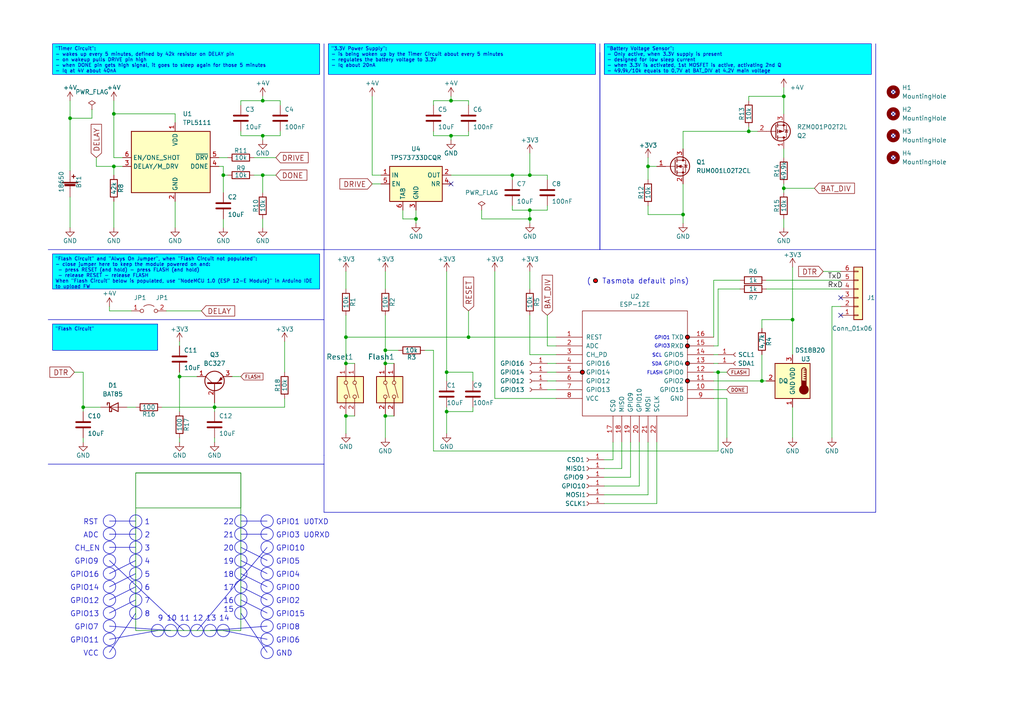
<source format=kicad_sch>
(kicad_sch (version 20230121) (generator eeschema)
  (paper "A4")
  (title_block (title "Long Term Environment Logger (LTEL)") (date "2023-12-12") (rev "1.2") (comment 1 "Thomas Stolt"))
  (junction (at 198.12 62.23))
  (junction (at 33.02 33.02))
  (junction (at 52.07 109.22))
  (junction (at 64.77 50.8))
  (junction (at 208.28 107.95))
  (junction (at 130.81 29.21))
  (junction (at 220.98 110.49))
  (junction (at 76.2 50.8))
  (junction (at 229.87 92.71))
  (junction (at 135.89 97.79))
  (junction (at 20.32 34.29))
  (junction (at 153.67 63.5))
  (junction (at 76.2 39.37))
  (junction (at 33.02 48.26))
  (junction (at 111.76 101.6))
  (junction (at 100.33 105.41))
  (junction (at 111.76 105.41))
  (junction (at 217.17 38.1))
  (junction (at 24.13 118.11))
  (junction (at 129.54 119.38))
  (junction (at 153.67 60.96))
  (junction (at 130.81 39.37))
  (junction (at 227.33 27.94))
  (junction (at 111.76 120.65))
  (junction (at 100.33 97.79))
  (junction (at 153.67 50.8))
  (junction (at 62.23 118.11))
  (junction (at 129.54 107.95))
  (junction (at 148.59 50.8))
  (junction (at 76.2 29.21))
  (junction (at 120.65 63.5))
  (junction (at 187.96 48.26))
  (junction (at 100.33 120.65))
  (junction (at 227.33 54.61))
  (no_connect (at 259.08 39.37))
  (no_connect (at 130.81 53.34))
  (no_connect (at 259.08 33.02))
  (no_connect (at 259.08 45.72))
  (no_connect (at 243.84 86.36))
  (no_connect (at 243.84 91.44))
  (no_connect (at 259.08 26.67))
  (wire (pts (xy 50.8 33.02) (xy 50.8 35.56)))
  (wire (pts (xy 220.98 92.71) (xy 220.98 95.25)))
  (wire (pts (xy 153.67 78.74) (xy 153.67 83.82)))
  (wire (pts (xy 148.59 52.07) (xy 148.59 50.8)))
  (polyline (pts (xy 31.75 162.56) (xy 53.34 182.88)))
  (wire (pts (xy 217.17 38.1) (xy 219.71 38.1)))
  (wire (pts (xy 20.32 29.21) (xy 20.32 34.29)))
  (wire (pts (xy 125.73 38.1) (xy 125.73 39.37)))
  (polyline (pts (xy 69.85 154.94) (xy 77.47 154.94)))
  (wire (pts (xy 222.25 83.82) (xy 243.84 83.82)))
  (polyline (pts (xy 31.75 170.18) (xy 39.37 166.37)))
  (wire (pts (xy 107.95 53.34) (xy 110.49 53.34)))
  (wire (pts (xy 198.12 43.18) (xy 198.12 38.1)))
  (polyline (pts (xy 31.75 189.23) (xy 39.37 177.8)))
  (wire (pts (xy 66.04 50.8) (xy 64.77 50.8)))
  (wire (pts (xy 52.07 109.22) (xy 52.07 107.95)))
  (wire (pts (xy 100.33 91.44) (xy 100.33 97.79)))
  (wire (pts (xy 153.67 44.45) (xy 153.67 50.8)))
  (polyline (pts (xy 254 132.08) (xy 254 148.59)))
  (wire (pts (xy 52.07 99.06) (xy 52.07 100.33)))
  (wire (pts (xy 139.7 60.96) (xy 139.7 63.5)))
  (wire (pts (xy 125.73 39.37) (xy 130.81 39.37)))
  (wire (pts (xy 76.2 29.21) (xy 81.28 29.21)))
  (polyline (pts (xy 173.99 15.24) (xy 173.99 72.39)))
  (wire (pts (xy 120.65 60.96) (xy 120.65 63.5)))
  (polyline (pts (xy 31.75 158.75) (xy 39.37 158.75)))
  (wire (pts (xy 135.89 39.37) (xy 135.89 38.1)))
  (wire (pts (xy 227.33 53.34) (xy 227.33 54.61)))
  (wire (pts (xy 207.01 81.28) (xy 214.63 81.28)))
  (polyline (pts (xy 254 72.39) (xy 254 132.08)))
  (wire (pts (xy 26.67 34.29) (xy 20.32 34.29)))
  (wire (pts (xy 33.02 33.02) (xy 50.8 33.02)))
  (wire (pts (xy 52.07 109.22) (xy 57.15 109.22)))
  (wire (pts (xy 130.81 27.94) (xy 130.81 29.21)))
  (wire (pts (xy 217.17 27.94) (xy 227.33 27.94)))
  (wire (pts (xy 125.73 130.81) (xy 125.73 101.6)))
  (polyline (pts (xy 13.97 134.62) (xy 93.98 134.62)))
  (wire (pts (xy 76.2 50.8) (xy 80.01 50.8)))
  (wire (pts (xy 26.67 31.75) (xy 26.67 34.29)))
  (wire (pts (xy 64.77 50.8) (xy 64.77 48.26)))
  (wire (pts (xy 120.65 63.5) (xy 120.65 64.77)))
  (wire (pts (xy 187.96 52.07) (xy 187.96 48.26)))
  (wire (pts (xy 153.67 60.96) (xy 158.75 60.96)))
  (wire (pts (xy 100.33 120.65) (xy 102.87 120.65)))
  (wire (pts (xy 62.23 116.84) (xy 62.23 118.11)))
  (polyline (pts (xy 13.97 92.71) (xy 93.98 92.71)))
  (wire (pts (xy 177.8 128.27) (xy 177.8 133.35)))
  (polyline (pts (xy 77.47 181.61) (xy 60.96 182.88)))
  (wire (pts (xy 111.76 78.74) (xy 111.76 83.82)))
  (wire (pts (xy 180.34 135.89) (xy 175.26 135.89)))
  (wire (pts (xy 187.96 48.26) (xy 190.5 48.26)))
  (polyline (pts (xy 69.85 177.8) (xy 77.47 189.23)))
  (wire (pts (xy 100.33 78.74) (xy 100.33 83.82)))
  (wire (pts (xy 129.54 107.95) (xy 137.16 107.95)))
  (wire (pts (xy 208.28 107.95) (xy 210.82 107.95)))
  (wire (pts (xy 111.76 120.65) (xy 114.3 120.65)))
  (wire (pts (xy 137.16 118.11) (xy 137.16 119.38)))
  (wire (pts (xy 187.96 143.51) (xy 175.26 143.51)))
  (wire (pts (xy 220.98 110.49) (xy 222.25 110.49)))
  (wire (pts (xy 190.5 146.05) (xy 175.26 146.05)))
  (wire (pts (xy 100.33 97.79) (xy 135.89 97.79)))
  (wire (pts (xy 198.12 62.23) (xy 198.12 64.77)))
  (wire (pts (xy 73.66 45.72) (xy 80.01 45.72)))
  (wire (pts (xy 129.54 119.38) (xy 129.54 125.73)))
  (wire (pts (xy 161.29 100.33) (xy 158.75 100.33)))
  (wire (pts (xy 100.33 97.79) (xy 100.33 105.41)))
  (wire (pts (xy 227.33 25.4) (xy 227.33 27.94)))
  (wire (pts (xy 50.8 58.42) (xy 50.8 66.04)))
  (polyline (pts (xy 31.75 185.42) (xy 45.72 182.88)))
  (wire (pts (xy 153.67 91.44) (xy 153.67 102.87)))
  (wire (pts (xy 24.13 118.11) (xy 29.21 118.11)))
  (wire (pts (xy 69.85 39.37) (xy 76.2 39.37)))
  (wire (pts (xy 31.75 90.17) (xy 38.1 90.17)))
  (wire (pts (xy 33.02 50.8) (xy 33.02 48.26)))
  (wire (pts (xy 36.83 118.11) (xy 39.37 118.11)))
  (wire (pts (xy 129.54 107.95) (xy 129.54 78.74)))
  (wire (pts (xy 76.2 39.37) (xy 81.28 39.37)))
  (polyline (pts (xy 31.75 177.8) (xy 39.37 173.99)))
  (wire (pts (xy 187.96 128.27) (xy 187.96 143.51)))
  (wire (pts (xy 129.54 110.49) (xy 129.54 107.95)))
  (wire (pts (xy 207.01 102.87) (xy 208.28 102.87)))
  (polyline (pts (xy 31.75 166.37) (xy 39.37 162.56)))
  (wire (pts (xy 20.32 57.15) (xy 20.32 66.04)))
  (wire (pts (xy 227.33 43.18) (xy 227.33 45.72)))
  (wire (pts (xy 100.33 125.73) (xy 100.33 120.65)))
  (polyline (pts (xy 77.47 185.42) (xy 64.77 182.88)))
  (wire (pts (xy 180.34 128.27) (xy 180.34 135.89)))
  (polyline (pts (xy 69.85 166.37) (xy 77.47 170.18)))
  (wire (pts (xy 238.76 78.74) (xy 243.84 78.74)))
  (wire (pts (xy 129.54 119.38) (xy 137.16 119.38)))
  (wire (pts (xy 182.88 138.43) (xy 175.26 138.43)))
  (wire (pts (xy 69.85 38.1) (xy 69.85 39.37)))
  (wire (pts (xy 148.59 60.96) (xy 153.67 60.96)))
  (polyline (pts (xy 173.99 72.39) (xy 254 72.39)))
  (wire (pts (xy 125.73 130.81) (xy 208.28 130.81)))
  (polyline (pts (xy 69.85 170.18) (xy 77.47 173.99)))
  (wire (pts (xy 158.75 50.8) (xy 158.75 52.07)))
  (wire (pts (xy 182.88 128.27) (xy 182.88 138.43)))
  (polyline (pts (xy 93.98 12.7) (xy 93.98 72.39)))
  (wire (pts (xy 198.12 38.1) (xy 217.17 38.1)))
  (wire (pts (xy 220.98 102.87) (xy 220.98 110.49)))
  (wire (pts (xy 227.33 54.61) (xy 227.33 55.88)))
  (wire (pts (xy 63.5 48.26) (xy 64.77 48.26)))
  (wire (pts (xy 125.73 29.21) (xy 130.81 29.21)))
  (wire (pts (xy 24.13 107.95) (xy 24.13 118.11)))
  (polyline (pts (xy 173.99 12.7) (xy 173.99 72.39)))
  (wire (pts (xy 62.23 118.11) (xy 82.55 118.11)))
  (wire (pts (xy 185.42 140.97) (xy 175.26 140.97)))
  (wire (pts (xy 207.01 107.95) (xy 208.28 107.95)))
  (wire (pts (xy 158.75 110.49) (xy 161.29 110.49)))
  (wire (pts (xy 129.54 118.11) (xy 129.54 119.38)))
  (polyline (pts (xy 13.97 72.39) (xy 93.98 72.39)))
  (wire (pts (xy 207.01 110.49) (xy 220.98 110.49)))
  (wire (pts (xy 111.76 120.65) (xy 111.76 127)))
  (wire (pts (xy 69.85 29.21) (xy 76.2 29.21)))
  (wire (pts (xy 207.01 100.33) (xy 208.28 100.33)))
  (wire (pts (xy 111.76 105.41) (xy 114.3 105.41)))
  (wire (pts (xy 177.8 133.35) (xy 175.26 133.35)))
  (wire (pts (xy 158.75 107.95) (xy 161.29 107.95)))
  (wire (pts (xy 100.33 105.41) (xy 102.87 105.41)))
  (wire (pts (xy 229.87 118.11) (xy 229.87 127)))
  (wire (pts (xy 69.85 30.48) (xy 69.85 29.21)))
  (wire (pts (xy 153.67 63.5) (xy 153.67 64.77)))
  (wire (pts (xy 24.13 118.11) (xy 24.13 119.38)))
  (wire (pts (xy 31.75 88.9) (xy 31.75 90.17)))
  (wire (pts (xy 107.95 27.94) (xy 107.95 50.8)))
  (polyline (pts (xy 93.98 132.08) (xy 93.98 148.59)))
  (wire (pts (xy 62.23 127) (xy 62.23 128.27)))
  (wire (pts (xy 153.67 60.96) (xy 153.67 63.5)))
  (wire (pts (xy 76.2 66.04) (xy 76.2 63.5)))
  (wire (pts (xy 217.17 36.83) (xy 217.17 38.1)))
  (wire (pts (xy 227.33 54.61) (xy 236.22 54.61)))
  (wire (pts (xy 208.28 107.95) (xy 208.28 130.81)))
  (polyline (pts (xy 31.75 173.99) (xy 39.37 170.18)))
  (wire (pts (xy 210.82 115.57) (xy 210.82 127)))
  (wire (pts (xy 64.77 63.5) (xy 64.77 66.04)))
  (polyline (pts (xy 69.85 158.75) (xy 77.47 162.56)))
  (wire (pts (xy 33.02 29.21) (xy 33.02 33.02)))
  (wire (pts (xy 137.16 107.95) (xy 137.16 110.49)))
  (wire (pts (xy 158.75 105.41) (xy 161.29 105.41)))
  (wire (pts (xy 33.02 45.72) (xy 33.02 33.02)))
  (polyline (pts (xy 69.85 162.56) (xy 77.47 166.37)))
  (wire (pts (xy 222.25 81.28) (xy 243.84 81.28)))
  (wire (pts (xy 76.2 50.8) (xy 76.2 55.88)))
  (polyline (pts (xy 31.75 151.13) (xy 39.37 151.13)))
  (polyline (pts (xy 69.85 173.99) (xy 77.47 177.8)))
  (wire (pts (xy 81.28 29.21) (xy 81.28 30.48)))
  (wire (pts (xy 73.66 50.8) (xy 76.2 50.8)))
  (wire (pts (xy 207.01 97.79) (xy 207.01 81.28)))
  (wire (pts (xy 190.5 128.27) (xy 190.5 146.05)))
  (wire (pts (xy 241.3 127) (xy 241.3 88.9)))
  (wire (pts (xy 187.96 62.23) (xy 198.12 62.23)))
  (wire (pts (xy 158.75 100.33) (xy 158.75 91.44)))
  (wire (pts (xy 111.76 91.44) (xy 111.76 101.6)))
  (wire (pts (xy 207.01 105.41) (xy 208.28 105.41)))
  (wire (pts (xy 143.51 115.57) (xy 161.29 115.57)))
  (wire (pts (xy 62.23 118.11) (xy 46.99 118.11)))
  (polyline (pts (xy 254 12.7) (xy 254 72.39)))
  (wire (pts (xy 217.17 29.21) (xy 217.17 27.94)))
  (wire (pts (xy 20.32 34.29) (xy 20.32 49.53)))
  (wire (pts (xy 207.01 115.57) (xy 210.82 115.57)))
  (wire (pts (xy 241.3 88.9) (xy 243.84 88.9)))
  (wire (pts (xy 139.7 63.5) (xy 153.67 63.5)))
  (wire (pts (xy 82.55 118.11) (xy 82.55 115.57)))
  (wire (pts (xy 111.76 101.6) (xy 115.57 101.6)))
  (wire (pts (xy 21.59 107.95) (xy 24.13 107.95)))
  (wire (pts (xy 52.07 109.22) (xy 52.07 119.38)))
  (wire (pts (xy 125.73 101.6) (xy 123.19 101.6)))
  (wire (pts (xy 82.55 99.06) (xy 82.55 107.95)))
  (wire (pts (xy 208.28 83.82) (xy 214.63 83.82)))
  (wire (pts (xy 153.67 50.8) (xy 158.75 50.8)))
  (wire (pts (xy 207.01 113.03) (xy 210.82 113.03)))
  (wire (pts (xy 158.75 113.03) (xy 161.29 113.03)))
  (wire (pts (xy 229.87 92.71) (xy 229.87 102.87)))
  (wire (pts (xy 81.28 39.37) (xy 81.28 38.1)))
  (polyline (pts (xy 31.75 181.61) (xy 49.53 182.88)))
  (polyline (pts (xy 77.47 158.75) (xy 57.15 182.88)))
  (polyline (pts (xy 31.75 154.94) (xy 39.37 154.94)))
  (wire (pts (xy 76.2 27.94) (xy 76.2 29.21)))
  (wire (pts (xy 125.73 30.48) (xy 125.73 29.21)))
  (wire (pts (xy 63.5 45.72) (xy 66.04 45.72)))
  (wire (pts (xy 227.33 27.94) (xy 227.33 33.02)))
  (wire (pts (xy 64.77 55.88) (xy 64.77 50.8)))
  (wire (pts (xy 148.59 59.69) (xy 148.59 60.96)))
  (wire (pts (xy 135.89 90.17) (xy 135.89 97.79)))
  (wire (pts (xy 143.51 78.74) (xy 143.51 115.57)))
  (polyline (pts (xy 93.98 72.39) (xy 93.98 132.08)))
  (wire (pts (xy 62.23 118.11) (xy 62.23 119.38)))
  (wire (pts (xy 227.33 63.5) (xy 227.33 66.04)))
  (wire (pts (xy 27.94 45.72) (xy 27.94 48.26)))
  (wire (pts (xy 135.89 29.21) (xy 135.89 30.48)))
  (wire (pts (xy 116.84 63.5) (xy 120.65 63.5)))
  (wire (pts (xy 111.76 101.6) (xy 111.76 105.41)))
  (wire (pts (xy 208.28 100.33) (xy 208.28 83.82)))
  (wire (pts (xy 107.95 50.8) (xy 110.49 50.8)))
  (wire (pts (xy 27.94 48.26) (xy 33.02 48.26)))
  (wire (pts (xy 48.26 90.17) (xy 58.42 90.17)))
  (wire (pts (xy 130.81 39.37) (xy 130.81 40.64)))
  (wire (pts (xy 135.89 97.79) (xy 161.29 97.79)))
  (wire (pts (xy 153.67 102.87) (xy 161.29 102.87)))
  (wire (pts (xy 24.13 127) (xy 24.13 128.27)))
  (wire (pts (xy 220.98 92.71) (xy 229.87 92.71)))
  (polyline (pts (xy 69.85 151.13) (xy 77.47 151.13)))
  (wire (pts (xy 185.42 128.27) (xy 185.42 140.97)))
  (polyline (pts (xy 93.98 72.39) (xy 173.99 72.39)))
  (wire (pts (xy 148.59 50.8) (xy 153.67 50.8)))
  (wire (pts (xy 33.02 48.26) (xy 35.56 48.26)))
  (wire (pts (xy 116.84 60.96) (xy 116.84 63.5)))
  (wire (pts (xy 187.96 45.72) (xy 187.96 48.26)))
  (wire (pts (xy 187.96 59.69) (xy 187.96 62.23)))
  (wire (pts (xy 158.75 60.96) (xy 158.75 59.69)))
  (wire (pts (xy 33.02 66.04) (xy 33.02 58.42)))
  (wire (pts (xy 67.31 109.22) (xy 69.85 109.22)))
  (wire (pts (xy 52.07 127) (xy 52.07 128.27)))
  (wire (pts (xy 35.56 45.72) (xy 33.02 45.72)))
  (wire (pts (xy 76.2 39.37) (xy 76.2 40.64)))
  (wire (pts (xy 198.12 53.34) (xy 198.12 62.23)))
  (wire (pts (xy 229.87 77.47) (xy 229.87 92.71)))
  (wire (pts (xy 130.81 50.8) (xy 148.59 50.8)))
  (polyline (pts (xy 93.98 148.59) (xy 254 148.59)))
  (wire (pts (xy 130.81 29.21) (xy 135.89 29.21)))
  (wire (pts (xy 130.81 39.37) (xy 135.89 39.37)))
  (circle (center 31.75 181.61) (radius 1.7961))
  (circle (center 69.85 177.8) (radius 1.7961))
  (circle (center 31.75 173.99) (radius 1.7961))
  (circle (center 39.37 151.13) (radius 1.7961))
  (circle (center 31.75 177.8) (radius 1.7961))
  (circle (center 49.53 182.88) (radius 1.7961))
  (rectangle (start 39.37 137.16) (end 69.85 147.32) (stroke (width 0) (color 0 132 0 1)))
  (circle (center 77.47 173.99) (radius 1.7961))
  (circle (center 31.75 162.56) (radius 1.7961))
  (circle (center 77.47 181.61) (radius 1.7961))
  (circle (center 69.85 154.94) (radius 1.7961))
  (circle (center 69.85 173.99) (radius 1.7961))
  (circle (center 39.37 170.18) (radius 1.7961))
  (circle (center 77.47 189.23) (radius 1.7961))
  (circle (center 77.47 154.94) (radius 1.7961))
  (circle (center 64.77 182.88) (radius 1.7961))
  (circle (center 57.15 182.88) (radius 1.7961))
  (circle (center 31.75 166.37) (radius 1.7961))
  (circle (center 39.37 158.75) (radius 1.7961))
  (circle (center 77.47 158.75) (radius 1.7961))
  (circle (center 31.75 185.42) (radius 1.7961))
  (circle (center 199.39 105.41) (radius 0.568) (stroke (width 0.25) (color 0 0 0 1)) (fill (type color) (color 255 0 0 1)))
  (circle (center 69.85 166.37) (radius 1.7961))
  (circle (center 39.37 177.8) (radius 1.7961))
  (circle (center 31.75 151.13) (radius 1.7961))
  (circle (center 77.47 170.18) (radius 1.7961))
  (circle (center 39.37 166.37) (radius 1.7961))
  (circle (center 172.72 81.407) (radius 0.568) (stroke (width 0.25) (color 0 0 0 1)) (fill (type color) (color 255 0 0 1)))
  (circle (center 69.85 158.75) (radius 1.7961))
  (circle (center 69.85 151.13) (radius 1.7961))
  (circle (center 199.39 100.33) (radius 0.568) (stroke (width 0.25) (color 0 0 0 1)) (fill (type color) (color 255 0 0 1)))
  (circle (center 39.37 162.56) (radius 1.7961))
  (circle (center 77.47 177.8) (radius 1.7961))
  (circle (center 77.47 166.37) (radius 1.7961))
  (circle (center 45.72 182.88) (radius 1.7961))
  (circle (center 77.47 151.13) (radius 1.7961))
  (circle (center 31.75 189.23) (radius 1.7961))
  (circle (center 60.96 182.88) (radius 1.7961))
  (circle (center 39.37 173.99) (radius 1.7961))
  (circle (center 53.34 182.88) (radius 1.7961))
  (circle (center 77.47 162.56) (radius 1.7961))
  (circle (center 39.37 154.94) (radius 1.7961))
  (circle (center 69.85 170.18) (radius 1.7961))
  (circle (center 69.85 162.56) (radius 1.7961))
  (circle (center 199.39 110.49) (radius 0.568) (stroke (width 0.25) (color 0 0 0 1)) (fill (type color) (color 255 0 0 1)))
  (rectangle (start 39.37 137.16) (end 69.85 182.88) (stroke (width 0) (color 0 132 0 1)))
  (circle (center 31.75 158.75) (radius 1.7961))
  (circle (center 199.39 97.79) (radius 0.568) (stroke (width 0.25) (color 0 0 0 1)) (fill (type color) (color 255 0 0 1)))
  (circle (center 77.47 185.42) (radius 1.7961))
  (circle (center 31.75 154.94) (radius 1.7961))
  (circle (center 31.75 170.18) (radius 1.7961))
  (circle (center 168.91 107.95) (radius 0.568) (stroke (width 0.25) (color 0 0 0 1)) (fill (type color) (color 255 0 0 1)))
  (text_box "\"Battery Voltage Sensor\":\n- Only active, when 3.3V supply is present\n- designed for low sleep current\n- when 3.3V is activated, 1st MOSFET is active, activating 2nd Q\n- 49.9k/10k equals to 0,7V at BAT_DIV at 4.2V main voltage" (at 175.26 12.7 0) (size 77.47 8.89) (fill (type color) (color 0 255 255 1)) (effects (font (size 1 1)) (justify left top)))
  (text_box "\"Timer Circuit\":\n- wakes up every 5 minutes, defined by 42k resistor on DELAY pin\n- on wakeup pulls DRIVE pin high\n- when DONE pin gets high signal, it goes to sleep again for those 5 minutes\n- Iq at 4V about 40nA" (at 15.24 12.7 0) (size 77.47 8.89) (fill (type color) (color 0 255 255 1)) (effects (font (size 1 1)) (justify left top)))
  (text_box "\"3.3V Power Supply\":\n- is being woken up by the Timer Circuit about every 5 minutes\n- regulates the battery voltage to 3.3V\n- Iq about 20nA" (at 95.25 12.7 0) (size 77.47 8.89) (fill (type color) (color 0 255 255 1)) (effects (font (size 1 1)) (justify left top)))
  (text_box "\"Flash Circuit\" and \"Alwys On Jumper\", when \"Flash Circuit not populated\":\n- close jumper here to keep the module powered on and:\n - press RESET (and hold) - press FLASH (and hold)\n - release RESET - release FLASH\nWhen \"Flash Circuit\" below is populated, use \"NodeMCU 1.0 (ESP 12-E Module)\" in Arduino IDE to upload FW" (at 15.24 73.66 0) (size 77.47 10.16) (fill (type color) (color 0 255 255 1)) (effects (font (size 1 1)) (justify left top)))
  (text_box "\"Flash Circuit\"" (at 15.24 93.98 0) (size 30.48 7.62) (fill (type color) (color 0 255 255 1)) (effects (font (size 1 1)) (justify left top)))
  (text "GPIO1" (at 189.738 98.679 0) (effects (font (size 1 1)) (justify left bottom)))
  (text "5" (at 41.91 167.64 0) (effects (font (size 1.524 1.524)) (justify left bottom)))
  (text "4" (at 41.91 163.83 0) (effects (font (size 1.524 1.524)) (justify left bottom)))
  (text "6" (at 41.91 171.45 0) (effects (font (size 1.524 1.524)) (justify left bottom)))
  (text "14" (at 63.5 180.34 0) (effects (font (size 1.524 1.524)) (justify left bottom)))
  (text "13" (at 59.69 180.34 0) (effects (font (size 1.524 1.524)) (justify left bottom)))
  (text "3" (at 41.91 160.02 0) (effects (font (size 1.524 1.524)) (justify left bottom)))
  (text "16" (at 64.77 175.26 0) (effects (font (size 1.524 1.524)) (justify left bottom)))
  (text "GPIO1 U0TXD" (at 80.01 152.4 0) (effects (font (size 1.524 1.524)) (justify left bottom)))
  (text "GPIO8" (at 80.01 182.88 0) (effects (font (size 1.524 1.524)) (justify left bottom)))
  (text "15" (at 64.77 177.8 0) (effects (font (size 1.524 1.524)) (justify left bottom)))
  (text "11" (at 52.07 180.34 0) (effects (font (size 1.524 1.524)) (justify left bottom)))
  (text "GPIO4" (at 80.01 167.64 0) (effects (font (size 1.524 1.524)) (justify left bottom)))
  (text "GPIO13" (at 20.32 179.07 0) (effects (font (size 1.524 1.524)) (justify left bottom)))
  (text "(   Tasmota default pins)" (at 170.18 82.55 0) (effects (font (size 1.5 1.5)) (justify left bottom)))
  (text "GPIO9" (at 21.59 163.83 0) (effects (font (size 1.524 1.524)) (justify left bottom)))
  (text "1" (at 41.91 152.4 0) (effects (font (size 1.524 1.524)) (justify left bottom)))
  (text "GPIO7" (at 21.59 182.88 0) (effects (font (size 1.524 1.524)) (justify left bottom)))
  (text "GPIO16" (at 20.32 167.64 0) (effects (font (size 1.524 1.524)) (justify left bottom)))
  (text "12" (at 55.88 180.34 0) (effects (font (size 1.524 1.524)) (justify left bottom)))
  (text "FLASH" (at 187.579 108.839 0) (effects (font (size 1 1)) (justify left bottom)))
  (text "GND" (at 80.01 190.5 0) (effects (font (size 1.524 1.524)) (justify left bottom)))
  (text "7" (at 41.91 175.26 0) (effects (font (size 1.524 1.524)) (justify left bottom)))
  (text "GPIO6" (at 80.01 186.69 0) (effects (font (size 1.524 1.524)) (justify left bottom)))
  (text "GPIO0" (at 80.01 171.45 0) (effects (font (size 1.524 1.524)) (justify left bottom)))
  (text "22" (at 64.77 152.4 0) (effects (font (size 1.524 1.524)) (justify left bottom)))
  (text "SCL" (at 189.103 103.759 0) (effects (font (size 1 1)) (justify left bottom)))
  (text "18" (at 64.77 167.64 0) (effects (font (size 1.524 1.524)) (justify left bottom)))
  (text "20" (at 64.77 160.02 0) (effects (font (size 1.524 1.524)) (justify left bottom)))
  (text "SDA" (at 188.976 106.299 0) (effects (font (size 1 1)) (justify left bottom)))
  (text "GPIO15" (at 80.01 179.07 0) (effects (font (size 1.524 1.524)) (justify left bottom)))
  (text "GPIO10" (at 80.01 160.02 0) (effects (font (size 1.524 1.524)) (justify left bottom)))
  (text "CH_EN" (at 21.59 160.02 0) (effects (font (size 1.524 1.524)) (justify left bottom)))
  (text "17" (at 64.77 171.45 0) (effects (font (size 1.524 1.524)) (justify left bottom)))
  (text "GPIO14" (at 20.32 171.45 0) (effects (font (size 1.524 1.524)) (justify left bottom)))
  (text "21" (at 64.77 156.21 0) (effects (font (size 1.524 1.524)) (justify left bottom)))
  (text "VCC" (at 24.13 190.5 0) (effects (font (size 1.524 1.524)) (justify left bottom)))
  (text "10" (at 48.26 180.34 0) (effects (font (size 1.524 1.524)) (justify left bottom)))
  (text "GPIO11" (at 20.32 186.69 0) (effects (font (size 1.524 1.524)) (justify left bottom)))
  (text "9" (at 45.72 180.34 0) (effects (font (size 1.524 1.524)) (justify left bottom)))
  (text "GPIO5" (at 80.01 163.83 0) (effects (font (size 1.524 1.524)) (justify left bottom)))
  (text "19" (at 64.77 163.83 0) (effects (font (size 1.524 1.524)) (justify left bottom)))
  (text "2" (at 41.91 156.21 0) (effects (font (size 1.524 1.524)) (justify left bottom)))
  (text "8" (at 41.91 179.07 0) (effects (font (size 1.524 1.524)) (justify left bottom)))
  (text "GPIO3" (at 189.738 101.092 0) (effects (font (size 1 1)) (justify left bottom)))
  (text "GPIO3 U0RXD" (at 80.01 156.21 0) (effects (font (size 1.524 1.524)) (justify left bottom)))
  (text "GPIO12" (at 20.32 175.26 0) (effects (font (size 1.524 1.524)) (justify left bottom)))
  (text "ADC" (at 24.13 156.21 0) (effects (font (size 1.524 1.524)) (justify left bottom)))
  (text "RST" (at 24.13 152.4 0) (effects (font (size 1.524 1.524)) (justify left bottom)))
  (text "GPIO2" (at 80.01 175.26 0) (effects (font (size 1.524 1.524)) (justify left bottom)))
  (label "TxD" (at 240.03 81.28 0) (effects (font (size 1.524 1.524))))
  (label "RxD" (at 240.03 83.82 0) (effects (font (size 1.524 1.524))))
  (global_label "DRIVE" (shape input) (at 80.01 45.72 0) (effects (font (size 1.524 1.524))) (property "Intersheetrefs" "${INTERSHEET_REFS}" (effects hide)))
  (global_label "FLASH" (shape input) (at 210.82 107.95 0) (effects (font (size 1 1))) (property "Intersheetrefs" "${INTERSHEET_REFS}" (effects hide)))
  (global_label "BAT_DIV" (shape input) (at 236.22 54.61 0) (effects (font (size 1.524 1.524))) (property "Intersheetrefs" "${INTERSHEET_REFS}" (effects hide)))
  (global_label "DTR" (shape input) (at 238.76 78.74 180) (effects (font (size 1.524 1.524))) (property "Intersheetrefs" "${INTERSHEET_REFS}" (effects hide)))
  (global_label "DTR" (shape input) (at 21.59 107.95 180) (effects (font (size 1.524 1.524))) (property "Intersheetrefs" "${INTERSHEET_REFS}" (effects hide)))
  (global_label "DELAY" (shape input) (at 27.94 45.72 90) (effects (font (size 1.524 1.524))) (property "Intersheetrefs" "${INTERSHEET_REFS}" (effects hide)))
  (global_label "DONE" (shape input) (at 80.01 50.8 0) (effects (font (size 1.524 1.524))) (property "Intersheetrefs" "${INTERSHEET_REFS}" (effects hide)))
  (global_label "DRIVE" (shape input) (at 107.95 53.34 180) (effects (font (size 1.524 1.524))) (property "Intersheetrefs" "${INTERSHEET_REFS}" (effects hide)))
  (global_label "RESET" (shape input) (at 135.89 90.17 90) (effects (font (size 1.524 1.524))) (property "Intersheetrefs" "${INTERSHEET_REFS}" (effects hide)))
  (global_label "DELAY" (shape input) (at 58.42 90.17 0) (effects (font (size 1.524 1.524))) (property "Intersheetrefs" "${INTERSHEET_REFS}" (effects hide)))
  (global_label "BAT_DIV" (shape input) (at 158.75 91.44 90) (effects (font (size 1.524 1.524))) (property "Intersheetrefs" "${INTERSHEET_REFS}" (effects hide)))
  (global_label "DONE" (shape input) (at 210.82 113.03 0) (effects (font (size 1 1))) (property "Intersheetrefs" "${INTERSHEET_REFS}" (effects hide)))
  (global_label "FLASH" (shape input) (at 69.85 109.22 0) (effects (font (size 1 1))) (property "Intersheetrefs" "${INTERSHEET_REFS}" (effects hide)))
  (symbol (lib_name "+3.3V-power_5") (lib_id "ltl-rescue:+3.3V-power") (at 143.51 78.74 0) (unit 1)
    (property "Reference" "#PWR09" (effects hide))
    (property "Value" "+3.3V" (at 143.51 75.184 0))
  )
  (symbol (lib_id "ltl-rescue:Battery_Cell") (at 20.32 54.61 0) (unit 1)
    (property "Reference" "BT1" (at 22.86 54.61 90) (effects (justify left)))
    (property "Value" "18650" (at 17.78 55.88 90) (effects (justify left)))
    (property "Footprint" "18650:18650_small" (effects hide))
  )
  (symbol (lib_id "power:GND") (at 100.33 125.73 0) (unit 1)
    (property "Reference" "#PWR06" (effects hide))
    (property "Value" "GND" (at 100.33 129.54 0))
  )
  (symbol (lib_id "power:GND") (at 111.76 127 0) (unit 1)
    (property "Reference" "#PWR08" (effects hide))
    (property "Value" "GND" (at 111.76 130.81 0))
  )
  (symbol (lib_name "+3.3V-power_2") (lib_id "ltl-rescue:+3.3V-power") (at 100.33 78.74 0) (unit 1)
    (property "Reference" "#PWR05" (effects hide))
    (property "Value" "+3.3V" (at 100.33 75.184 0))
  )
  (symbol (lib_name "+3.3V-power_3") (lib_id "ltl-rescue:+3.3V-power") (at 111.76 78.74 0) (unit 1)
    (property "Reference" "#PWR07" (effects hide))
    (property "Value" "+3.3V" (at 111.76 75.184 0))
  )
  (symbol (lib_name "R_8") (lib_id "ltl-rescue:R") (at 100.33 87.63 0) (unit 1)
    (property "Reference" "R1" (at 102.362 87.63 90))
    (property "Value" "10k" (at 100.33 87.63 90))
    (property "Footprint" "Resistor_THT:R_Axial_DIN0411_L9.9mm_D3.6mm_P12.70mm_Horizontal" (effects hide))
  )
  (symbol (lib_name "R_9") (lib_id "ltl-rescue:R") (at 111.76 87.63 0) (unit 1)
    (property "Reference" "R2" (at 113.792 87.63 90))
    (property "Value" "10k" (at 111.76 87.63 90))
    (property "Footprint" "Resistor_THT:R_Axial_DIN0411_L9.9mm_D3.6mm_P12.70mm_Horizontal" (effects hide))
  )
  (symbol (lib_id "ltl-rescue:R") (at 119.38 101.6 270) (unit 1)
    (property "Reference" "R3" (at 119.38 103.632 90))
    (property "Value" "10k" (at 119.38 101.6 90))
    (property "Footprint" "Resistor_THT:R_Axial_DIN0411_L9.9mm_D3.6mm_P12.70mm_Horizontal" (effects hide))
  )
  (symbol (lib_id "power:GND") (at 210.82 127 0) (unit 1)
    (property "Reference" "#PWR010" (effects hide))
    (property "Value" "GND" (at 210.82 130.81 0))
  )
  (symbol (lib_id "ltl-rescue:DS18B20") (at 229.87 110.49 0) (mirror y) (unit 1)
    (property "Reference" "U3" (at 233.68 104.14 0))
    (property "Value" "DS18B20" (at 234.95 101.6 0))
    (property "Footprint" "Package_TO_SOT_THT:TO-92" (effects hide))
  )
  (symbol (lib_id "power:GND") (at 229.87 127 0) (unit 1)
    (property "Reference" "#PWR013" (effects hide))
    (property "Value" "GND" (at 229.87 130.81 0))
  )
  (symbol (lib_name "+3.3V-power_7") (lib_id "ltl-rescue:+3.3V-power") (at 229.87 77.47 0) (unit 1)
    (property "Reference" "#PWR012" (effects hide))
    (property "Value" "+3.3V" (at 229.87 73.914 0))
  )
  (symbol (lib_name "R_11") (lib_id "ltl-rescue:R") (at 220.98 99.06 0) (unit 1)
    (property "Reference" "R4" (at 223.012 99.06 90))
    (property "Value" "4,7k" (at 220.98 99.06 90))
    (property "Footprint" "Resistor_THT:R_Axial_DIN0411_L9.9mm_D3.6mm_P12.70mm_Horizontal" (effects hide))
  )
  (symbol (lib_id "power:GND") (at 241.3 127 0) (unit 1)
    (property "Reference" "#PWR014" (effects hide))
    (property "Value" "GND" (at 241.3 130.81 0))
  )
  (symbol (lib_id "ltl-rescue:ESP-12E-ESP8266") (at 184.15 105.41 0) (unit 1)
    (property "Reference" "U2" (at 184.15 85.979 0))
    (property "Value" "ESP-12E" (at 184.15 88.2904 0))
    (property "Footprint" "RF_Module:ESP-12E" (effects hide))
    (property "Datasheet" "http://l0l.org.uk/2014/12/esp8266-modules-hardware-guide-gotta-catch-em-all/" (effects hide))
  )
  (symbol (lib_id "Device:R") (at 218.44 81.28 270) (unit 1)
    (property "Reference" "R6" (at 218.44 78.74 90))
    (property "Value" "1k" (at 218.44 81.28 90))
    (property "Footprint" "Resistor_THT:R_Axial_DIN0411_L9.9mm_D3.6mm_P12.70mm_Horizontal" (effects hide))
  )
  (symbol (lib_id "Device:R") (at 218.44 83.82 270) (unit 1)
    (property "Reference" "R7" (at 218.44 86.36 90))
    (property "Value" "1k" (at 218.44 83.82 90))
    (property "Footprint" "Resistor_THT:R_Axial_DIN0411_L9.9mm_D3.6mm_P12.70mm_Horizontal" (effects hide))
  )
  (symbol (lib_name "SW_DIP_x02_LTL_1") (lib_id "LTL:SW_DIP_x02_LTL") (at 101.6 113.03 270) (unit 1)
    (property "Reference" "Reset1" (at 94.615 103.505 90) (effects (font (size 1.524 1.524)) (justify left)))
    (property "Value" "Reset" (at 94.615 103.505 90) (effects (font (size 1.524 1.524)) (justify left)))
    (property "Footprint" "Button_Switch_THT:SW_PUSH_6mm" (effects hide))
  )
  (symbol (lib_id "LTL:SW_DIP_x02_LTL") (at 113.03 113.03 270) (unit 1)
    (property "Reference" "Flash1" (at 106.68 103.505 90) (effects (font (size 1.524 1.524)) (justify left)))
    (property "Value" "Flash" (at 106.68 103.505 90) (effects (font (size 1.524 1.524)) (justify left)))
    (property "Footprint" "Button_Switch_THT:SW_PUSH_6mm" (effects hide))
  )
  (symbol (lib_name "+3.3V-power_2") (lib_id "ltl-rescue:+3.3V-power") (at 52.07 99.06 0) (unit 1)
    (property "Reference" "#PWR032" (effects hide))
    (property "Value" "+3.3V" (at 52.07 95.504 0))
  )
  (symbol (lib_id "Mechanical:MountingHole") (at 259.08 26.67 0) (unit 1)
    (property "Reference" "H1" (at 261.62 25.4 0) (effects (justify left)))
    (property "Value" "MountingHole" (at 261.62 27.94 0) (effects (justify left)))
    (property "Footprint" "MountingHole:MountingHole_3.2mm_M3_Pad_Via" (effects hide))
  )
  (symbol (lib_name "R_3") (lib_id "ltl-rescue:R") (at 33.02 54.61 0) (unit 1)
    (property "Reference" "R8" (at 35.052 54.61 90))
    (property "Value" "42k" (at 33.02 54.61 90))
    (property "Footprint" "Resistor_THT:R_Axial_DIN0411_L9.9mm_D3.6mm_P12.70mm_Horizontal" (effects hide))
  )
  (symbol (lib_id "power:GND") (at 50.8 66.04 0) (unit 1)
    (property "Reference" "#PWR015" (effects hide))
    (property "Value" "GND" (at 50.8 69.85 0))
  )
  (symbol (lib_id "power:GND") (at 24.13 128.27 0) (unit 1)
    (property "Reference" "#PWR04" (effects hide))
    (property "Value" "GND" (at 24.13 132.08 0))
  )
  (symbol (lib_name "+3.3V-power_1") (lib_id "ltl-rescue:+3.3V-power") (at 187.96 45.72 0) (unit 1)
    (property "Reference" "#PWR030" (effects hide))
    (property "Value" "+3.3V" (at 187.96 42.164 0))
  )
  (symbol (lib_name "R_4") (lib_id "ltl-rescue:R") (at 52.07 123.19 0) (unit 1)
    (property "Reference" "R17" (at 54.102 123.19 90))
    (property "Value" "100" (at 52.07 123.19 90))
    (property "Footprint" "Resistor_THT:R_Axial_DIN0411_L9.9mm_D3.6mm_P12.70mm_Horizontal" (effects hide))
  )
  (symbol (lib_id "power:+4V") (at 33.02 29.21 0) (unit 1)
    (property "Reference" "#PWR02" (effects hide))
    (property "Value" "+4V" (at 33.02 25.4 0))
  )
  (symbol (lib_id "Connector:Conn_01x01_Socket") (at 213.36 105.41 0) (unit 1)
    (property "Reference" "SDA1" (at 216.535 105.41 0))
    (property "Value" "SDA" (at 215.9 105.41 0))
    (property "Footprint" "Connector_PinHeader_2.54mm:PinHeader_1x01_P2.54mm_Vertical" (effects hide))
  )
  (symbol (lib_id "Transistor_FET:RZM001P02T2L") (at 224.79 38.1 0) (mirror x) (unit 1)
    (property "Reference" "Q2" (at 231.14 39.37 0) (effects (justify left)))
    (property "Value" "RZM001P02T2L" (at 231.14 36.83 0) (effects (justify left)))
    (property "Footprint" "Package_TO_SOT_SMD:SOT-723" (effects hide))
    (property "Datasheet" "https://fscdn.rohm.com/en/products/databook/datasheet/discrete/transistor/mosfet/rzm001p02t2l-e.pdf" (effects hide))
  )
  (symbol (lib_id "power:GND") (at 153.67 64.77 0) (unit 1)
    (property "Reference" "#PWR027" (effects hide))
    (property "Value" "GND" (at 153.67 68.58 0))
  )
  (symbol (lib_id "Regulator_Linear:TPS73733DCQR") (at 120.65 53.34 0) (unit 1)
    (property "Reference" "U4" (at 120.65 43.18 0))
    (property "Value" "TPS73733DCQR" (at 120.65 45.72 0))
    (property "Footprint" "Package_TO_SOT_SMD:SOT-223-6" (effects hide))
    (property "Datasheet" "https://www.ti.com/lit/gpn/TPS737" (effects hide))
  )
  (symbol (lib_name "R_4") (lib_id "ltl-rescue:R") (at 43.18 118.11 270) (unit 1)
    (property "Reference" "R16" (at 43.18 120.142 90))
    (property "Value" "100" (at 43.18 118.11 90))
    (property "Footprint" "Resistor_THT:R_Axial_DIN0411_L9.9mm_D3.6mm_P12.70mm_Horizontal" (effects hide))
  )
  (symbol (lib_id "power:+4V") (at 20.32 29.21 0) (unit 1)
    (property "Reference" "#PWR01" (effects hide))
    (property "Value" "+4V" (at 20.32 25.4 0))
  )
  (symbol (lib_id "power:GND") (at 33.02 66.04 0) (unit 1)
    (property "Reference" "#PWR017" (effects hide))
    (property "Value" "GND" (at 33.02 69.85 0))
  )
  (symbol (lib_id "Device:C") (at 52.07 104.14 0) (unit 1)
    (property "Reference" "C11" (at 53.34 101.6 0) (effects (justify left)))
    (property "Value" "10uF" (at 53.34 106.68 0) (effects (justify left)))
    (property "Footprint" "Capacitor_THT:CP_Radial_D5.0mm_P2.00mm" (effects hide))
  )
  (symbol (lib_id "power:+4V") (at 130.81 27.94 0) (unit 1)
    (property "Reference" "#PWR022" (effects hide))
    (property "Value" "+4V" (at 130.81 24.13 0))
  )
  (symbol (lib_name "+3.3V-power_2") (lib_id "ltl-rescue:+3.3V-power") (at 82.55 99.06 0) (unit 1)
    (property "Reference" "#PWR037" (effects hide))
    (property "Value" "+3.3V" (at 82.55 95.504 0))
  )
  (symbol (lib_id "power:GND") (at 62.23 128.27 0) (unit 1)
    (property "Reference" "#PWR034" (effects hide))
    (property "Value" "GND" (at 62.23 132.08 0))
  )
  (symbol (lib_id "Mechanical:MountingHole") (at 259.08 39.37 0) (unit 1)
    (property "Reference" "H3" (at 261.62 38.1 0) (effects (justify left)))
    (property "Value" "MountingHole" (at 261.62 40.64 0) (effects (justify left)))
    (property "Footprint" "MountingHole:MountingHole_3.2mm_M3_Pad_Via" (effects hide))
  )
  (symbol (lib_name "R_4") (lib_id "ltl-rescue:R") (at 82.55 111.76 180) (unit 1)
    (property "Reference" "R18" (at 80.518 111.76 90))
    (property "Value" "10k" (at 82.55 111.76 90))
    (property "Footprint" "Resistor_THT:R_Axial_DIN0411_L9.9mm_D3.6mm_P12.70mm_Horizontal" (effects hide))
  )
  (symbol (lib_id "power:GND") (at 76.2 66.04 0) (unit 1)
    (property "Reference" "#PWR018" (effects hide))
    (property "Value" "GND" (at 76.2 69.85 0))
  )
  (symbol (lib_id "power:PWR_FLAG") (at 26.67 31.75 0) (unit 1)
    (property "Reference" "#FLG01" (effects hide))
    (property "Value" "PWR_FLAG" (at 26.67 26.67 0))
  )
  (symbol (lib_id "Timer:TPL5111") (at 50.8 48.26 0) (unit 1)
    (property "Reference" "U1" (at 52.9941 33.02 0) (effects (justify left)))
    (property "Value" "TPL5111" (at 52.9941 35.56 0) (effects (justify left)))
    (property "Footprint" "Package_TO_SOT_SMD:SOT-23-6" (effects hide))
    (property "Datasheet" "http://www.ti.com/lit/ds/symlink/tpl5111.pdf" (effects hide))
  )
  (symbol (lib_id "Device:C") (at 158.75 55.88 0) (unit 1)
    (property "Reference" "C8" (at 160.02 53.34 0) (effects (justify left)))
    (property "Value" "100nF" (at 160.02 58.42 0) (effects (justify left)))
    (property "Footprint" "Capacitor_THT:C_Disc_D5.0mm_W2.5mm_P5.00mm" (effects hide))
  )
  (symbol (lib_id "Jumper:Jumper_2_Open") (at 43.18 90.17 0) (unit 1)
    (property "Reference" "JP1" (at 46.99 86.36 0))
    (property "Value" "JP1" (at 40.64 86.36 0))
    (property "Footprint" "Connector_PinHeader_2.54mm:PinHeader_1x02_P2.54mm_Vertical" (effects hide))
  )
  (symbol (lib_id "Connector:Conn_01x01_Socket") (at 153.67 105.41 180) (unit 1)
    (property "Reference" "GPIO16" (at 148.59 105.41 0))
    (property "Value" "GPIO16" (at 148.59 105.41 0))
    (property "Footprint" "Connector_PinHeader_2.54mm:PinHeader_1x01_P2.54mm_Vertical" (effects hide))
  )
  (symbol (lib_name "R_10") (lib_id "ltl-rescue:R") (at 153.67 87.63 0) (unit 1)
    (property "Reference" "R5" (at 155.702 87.63 90))
    (property "Value" "10k" (at 153.67 87.63 90))
    (property "Footprint" "Resistor_THT:R_Axial_DIN0411_L9.9mm_D3.6mm_P12.70mm_Horizontal" (effects hide))
  )
  (symbol (lib_id "power:GND") (at 227.33 66.04 0) (unit 1)
    (property "Reference" "#PWR031" (effects hide))
    (property "Value" "GND" (at 227.33 69.85 0))
  )
  (symbol (lib_id "Diode:BAT85") (at 33.02 118.11 0) (unit 1)
    (property "Reference" "D1" (at 32.7025 111.76 0))
    (property "Value" "BAT85" (at 32.7025 114.3 0))
    (property "Footprint" "Diode_THT:D_DO-35_SOD27_P7.62mm_Horizontal" (effects hide))
    (property "Datasheet" "https://assets.nexperia.com/documents/data-sheet/BAT85.pdf" (effects hide))
  )
  (symbol (lib_id "power:GND") (at 76.2 40.64 0) (unit 1)
    (property "Reference" "#PWR020" (effects hide))
    (property "Value" "GND" (at 76.2 44.45 0))
  )
  (symbol (lib_id "Device:C") (at 148.59 55.88 0) (unit 1)
    (property "Reference" "C7" (at 149.86 53.34 0) (effects (justify left)))
    (property "Value" "10uF" (at 149.86 58.42 0) (effects (justify left)))
    (property "Footprint" "Capacitor_THT:CP_Radial_D5.0mm_P2.00mm" (effects hide))
  )
  (symbol (lib_name "R_4") (lib_id "ltl-rescue:R") (at 76.2 59.69 180) (unit 1)
    (property "Reference" "R10" (at 74.168 59.69 90))
    (property "Value" "10k" (at 76.2 59.69 90))
    (property "Footprint" "Resistor_THT:R_Axial_DIN0411_L9.9mm_D3.6mm_P12.70mm_Horizontal" (effects hide))
  )
  (symbol (lib_name "+3.3V-power_6") (lib_id "ltl-rescue:+3.3V-power") (at 153.67 78.74 0) (unit 1)
    (property "Reference" "#PWR035" (effects hide))
    (property "Value" "+3.3V" (at 153.67 75.184 0))
  )
  (symbol (lib_id "Connector:Conn_01x01_Socket") (at 170.18 135.89 180) (unit 1)
    (property "Reference" "MISO1" (at 167.005 135.89 0))
    (property "Value" "MISO" (at 166.37 135.89 0))
    (property "Footprint" "Connector_PinHeader_2.54mm:PinHeader_1x01_P2.54mm_Vertical" (effects hide))
  )
  (symbol (lib_name "+3.3V-power_4") (lib_id "ltl-rescue:+3.3V-power") (at 129.54 78.74 0) (unit 1)
    (property "Reference" "#PWR036" (effects hide))
    (property "Value" "+3.3V" (at 129.54 75.184 0))
  )
  (symbol (lib_id "Connector:Conn_01x01_Socket") (at 213.36 102.87 0) (unit 1)
    (property "Reference" "SCL1" (at 216.535 102.87 0))
    (property "Value" "SCL" (at 215.9 102.87 0))
    (property "Footprint" "Connector_PinHeader_2.54mm:PinHeader_1x01_P2.54mm_Vertical" (effects hide))
  )
  (symbol (lib_id "Device:C") (at 135.89 34.29 0) (unit 1)
    (property "Reference" "C6" (at 137.16 31.75 0) (effects (justify left)))
    (property "Value" "100nF" (at 137.16 36.83 0) (effects (justify left)))
    (property "Footprint" "Capacitor_THT:C_Disc_D5.0mm_W2.5mm_P5.00mm" (effects hide))
  )
  (symbol (lib_id "Connector:Conn_01x01_Socket") (at 153.67 113.03 180) (unit 1)
    (property "Reference" "GPIO13" (at 148.59 113.03 0))
    (property "Value" "GPIO13" (at 148.59 113.03 0))
    (property "Footprint" "Connector_PinHeader_2.54mm:PinHeader_1x01_P2.54mm_Vertical" (effects hide))
  )
  (symbol (lib_id "Device:C") (at 129.54 114.3 0) (unit 1)
    (property "Reference" "C1" (at 129.54 111.76 0) (effects (justify left)))
    (property "Value" "10uF" (at 129.54 116.84 0) (effects (justify left)))
    (property "Footprint" "Capacitor_THT:CP_Radial_D5.0mm_P2.00mm" (effects hide))
  )
  (symbol (lib_id "power:GND") (at 120.65 64.77 0) (unit 1)
    (property "Reference" "#PWR025" (effects hide))
    (property "Value" "GND" (at 120.65 68.58 0))
  )
  (symbol (lib_id "Transistor_FET:RUM001L02T2CL") (at 195.58 48.26 0) (unit 1)
    (property "Reference" "Q1" (at 201.93 46.99 0) (effects (justify left)))
    (property "Value" "RUM001L02T2CL" (at 201.93 49.53 0) (effects (justify left)))
    (property "Footprint" "Package_TO_SOT_SMD:SOT-723" (effects hide))
    (property "Datasheet" "https://www.rohm.com/datasheet?p=RUM001L02&dist=Mouser&media=referral&source=mouser.com&campaign=Mouser" (effects hide))
  )
  (symbol (lib_name "R_13") (lib_id "ltl-rescue:R") (at 217.17 33.02 180) (unit 1)
    (property "Reference" "R13" (at 215.138 33.02 90))
    (property "Value" "10k" (at 217.17 33.02 90))
    (property "Footprint" "Resistor_THT:R_Axial_DIN0411_L9.9mm_D3.6mm_P12.70mm_Horizontal" (effects hide))
  )
  (symbol (lib_id "Mechanical:MountingHole") (at 259.08 33.02 0) (unit 1)
    (property "Reference" "H2" (at 261.62 31.75 0) (effects (justify left)))
    (property "Value" "MountingHole" (at 261.62 34.29 0) (effects (justify left)))
    (property "Footprint" "MountingHole:MountingHole_3.2mm_M3_Pad_Via" (effects hide))
  )
  (symbol (lib_name "R_1") (lib_id "ltl-rescue:R") (at 69.85 45.72 90) (unit 1)
    (property "Reference" "R11" (at 69.85 43.688 90))
    (property "Value" "10k" (at 69.85 45.72 90))
    (property "Footprint" "Resistor_THT:R_Axial_DIN0411_L9.9mm_D3.6mm_P12.70mm_Horizontal" (effects hide))
  )
  (symbol (lib_id "Connector:Conn_01x01_Socket") (at 170.18 146.05 180) (unit 1)
    (property "Reference" "SCLK1" (at 167.005 146.05 0))
    (property "Value" "SCLK" (at 166.37 146.05 0))
    (property "Footprint" "Connector_PinHeader_2.54mm:PinHeader_1x01_P2.54mm_Vertical" (effects hide))
  )
  (symbol (lib_name "+3.3V-power_8") (lib_id "ltl-rescue:+3.3V-power") (at 153.67 44.45 0) (unit 1)
    (property "Reference" "#PWR026" (effects hide))
    (property "Value" "+3.3V" (at 153.67 40.64 0))
  )
  (symbol (lib_id "Transistor_BJT:BC327") (at 62.23 111.76 90) (unit 1)
    (property "Reference" "Q3" (at 62.23 102.87 90))
    (property "Value" "BC327" (at 62.23 105.41 90))
    (property "Footprint" "Package_TO_SOT_THT:TO-92_Inline" (effects hide))
    (property "Datasheet" "http://www.onsemi.com/pub_link/Collateral/BC327-D.PDF" (effects hide))
  )
  (symbol (lib_id "Connector:Conn_01x01_Socket") (at 170.18 138.43 180) (unit 1)
    (property "Reference" "GPIO9" (at 166.37 138.43 0))
    (property "Value" "GPIO9" (at 166.37 138.43 0))
    (property "Footprint" "Connector_PinHeader_2.54mm:PinHeader_1x01_P2.54mm_Vertical" (effects hide))
  )
  (symbol (lib_id "power:+4V") (at 31.75 88.9 0) (unit 1)
    (property "Reference" "#PWR03" (effects hide))
    (property "Value" "+4V" (at 31.75 85.09 0))
  )
  (symbol (lib_id "power:GND") (at 20.32 66.04 0) (unit 1)
    (property "Reference" "#PWR016" (effects hide))
    (property "Value" "GND" (at 20.32 69.85 0))
  )
  (symbol (lib_id "Device:C") (at 64.77 59.69 0) (unit 1)
    (property "Reference" "C2" (at 66.04 57.15 0) (effects (justify left)))
    (property "Value" "10uF" (at 66.04 62.23 0) (effects (justify left)))
    (property "Footprint" "Capacitor_THT:CP_Radial_D5.0mm_P2.00mm" (effects hide))
  )
  (symbol (lib_id "power:PWR_FLAG") (at 139.7 60.96 0) (unit 1)
    (property "Reference" "#FLG03" (effects hide))
    (property "Value" "PWR_FLAG" (at 139.7 55.88 0))
  )
  (symbol (lib_id "power:+4V") (at 76.2 27.94 0) (unit 1)
    (property "Reference" "#PWR021" (effects hide))
    (property "Value" "+4V" (at 76.2 24.13 0))
  )
  (symbol (lib_id "power:+4V") (at 227.33 25.4 0) (unit 1)
    (property "Reference" "#PWR029" (effects hide))
    (property "Value" "+4V" (at 231.14 25.4 0))
  )
  (symbol (lib_id "Connector:Conn_01x01_Socket") (at 170.18 140.97 180) (unit 1)
    (property "Reference" "GPIO10" (at 166.37 140.97 0))
    (property "Value" "GPIO10" (at 166.37 140.97 0))
    (property "Footprint" "Connector_PinHeader_2.54mm:PinHeader_1x01_P2.54mm_Vertical" (effects hide))
  )
  (symbol (lib_name "R_14") (lib_id "ltl-rescue:R") (at 227.33 49.53 180) (unit 1)
    (property "Reference" "R14" (at 225.298 49.53 90))
    (property "Value" "49.9k" (at 227.33 49.53 90))
    (property "Footprint" "Resistor_THT:R_Axial_DIN0411_L9.9mm_D3.6mm_P12.70mm_Horizontal" (effects hide))
  )
  (symbol (lib_id "Connector:Conn_01x01_Socket") (at 153.67 110.49 180) (unit 1)
    (property "Reference" "GPIO12" (at 148.59 110.49 0))
    (property "Value" "GPIO12" (at 148.59 110.49 0))
    (property "Footprint" "Connector_PinHeader_2.54mm:PinHeader_1x01_P2.54mm_Vertical" (effects hide))
  )
  (symbol (lib_id "power:GND") (at 52.07 128.27 0) (unit 1)
    (property "Reference" "#PWR011" (effects hide))
    (property "Value" "GND" (at 52.07 132.08 0))
  )
  (symbol (lib_id "power:GND") (at 130.81 40.64 0) (unit 1)
    (property "Reference" "#PWR023" (effects hide))
    (property "Value" "GND" (at 130.81 44.45 0))
  )
  (symbol (lib_id "Connector:Conn_01x01_Socket") (at 153.67 107.95 180) (unit 1)
    (property "Reference" "GPIO14" (at 148.59 107.95 0))
    (property "Value" "GPIO14" (at 148.59 107.95 0))
    (property "Footprint" "Connector_PinHeader_2.54mm:PinHeader_1x01_P2.54mm_Vertical" (effects hide))
  )
  (symbol (lib_id "Device:C") (at 62.23 123.19 0) (unit 1)
    (property "Reference" "C12" (at 63.5 120.65 0) (effects (justify left)))
    (property "Value" "10uF" (at 63.5 125.73 0) (effects (justify left)))
    (property "Footprint" "Capacitor_THT:CP_Radial_D5.0mm_P2.00mm" (effects hide))
  )
  (symbol (lib_name "R_15") (lib_id "ltl-rescue:R") (at 227.33 59.69 180) (unit 1)
    (property "Reference" "R15" (at 225.298 59.69 90))
    (property "Value" "10k" (at 227.33 59.69 90))
    (property "Footprint" "Resistor_THT:R_Axial_DIN0411_L9.9mm_D3.6mm_P12.70mm_Horizontal" (effects hide))
  )
  (symbol (lib_name "R_2") (lib_id "ltl-rescue:R") (at 69.85 50.8 90) (unit 1)
    (property "Reference" "R9" (at 69.85 48.768 90))
    (property "Value" "10k" (at 69.85 50.8 90))
    (property "Footprint" "Resistor_THT:R_Axial_DIN0411_L9.9mm_D3.6mm_P12.70mm_Horizontal" (effects hide))
  )
  (symbol (lib_id "Device:C") (at 125.73 34.29 0) (unit 1)
    (property "Reference" "C5" (at 127 31.75 0) (effects (justify left)))
    (property "Value" "10uF" (at 127 36.83 0) (effects (justify left)))
    (property "Footprint" "Capacitor_THT:CP_Radial_D5.0mm_P2.00mm" (effects hide))
  )
  (symbol (lib_name "R_12") (lib_id "ltl-rescue:R") (at 187.96 55.88 180) (unit 1)
    (property "Reference" "R12" (at 185.928 55.88 90))
    (property "Value" "10k" (at 187.96 55.88 90))
    (property "Footprint" "Resistor_THT:R_Axial_DIN0411_L9.9mm_D3.6mm_P12.70mm_Horizontal" (effects hide))
  )
  (symbol (lib_id "Mechanical:MountingHole") (at 259.08 45.72 0) (unit 1)
    (property "Reference" "H4" (at 261.62 44.45 0) (effects (justify left)))
    (property "Value" "MountingHole" (at 261.62 46.99 0) (effects (justify left)))
    (property "Footprint" "MountingHole:MountingHole_3.2mm_M3_Pad_Via" (effects hide))
  )
  (symbol (lib_id "power:+4V") (at 107.95 27.94 0) (unit 1)
    (property "Reference" "#PWR024" (effects hide))
    (property "Value" "+4V" (at 107.95 24.13 0))
  )
  (symbol (lib_id "Connector:Conn_01x01_Socket") (at 170.18 133.35 180) (unit 1)
    (property "Reference" "CSO1" (at 167.005 133.35 0))
    (property "Value" "CSO" (at 166.37 133.35 0))
    (property "Footprint" "Connector_PinHeader_2.54mm:PinHeader_1x01_P2.54mm_Vertical" (effects hide))
  )
  (symbol (lib_id "Device:C") (at 137.16 114.3 0) (unit 1)
    (property "Reference" "C9" (at 137.16 111.76 0) (effects (justify left)))
    (property "Value" "100nF" (at 137.16 116.84 0) (effects (justify left)))
    (property "Footprint" "Capacitor_THT:C_Disc_D5.0mm_W2.5mm_P5.00mm" (effects hide))
  )
  (symbol (lib_id "Device:C") (at 24.13 123.19 0) (unit 1)
    (property "Reference" "C10" (at 25.4 120.65 0) (effects (justify left)))
    (property "Value" "10uF" (at 25.4 125.73 0) (effects (justify left)))
    (property "Footprint" "Capacitor_SMD:C_1206_3216Metric" (effects hide))
  )
  (symbol (lib_id "power:GND") (at 129.54 125.73 0) (unit 1)
    (property "Reference" "#PWR033" (effects hide))
    (property "Value" "GND" (at 129.54 129.54 0))
  )
  (symbol (lib_id "power:GND") (at 64.77 66.04 0) (unit 1)
    (property "Reference" "#PWR019" (effects hide))
    (property "Value" "GND" (at 64.77 69.85 0))
  )
  (symbol (lib_id "Device:C") (at 69.85 34.29 0) (unit 1)
    (property "Reference" "C3" (at 71.12 31.75 0) (effects (justify left)))
    (property "Value" "10uF" (at 71.12 36.83 0) (effects (justify left)))
    (property "Footprint" "Capacitor_THT:CP_Radial_D5.0mm_P2.00mm" (effects hide))
  )
  (symbol (lib_id "Connector_Generic:Conn_01x06") (at 248.92 86.36 0) (mirror x) (unit 1)
    (property "Reference" "J1" (at 251.46 86.36 0) (effects (justify left)))
    (property "Value" "Conn_01x06" (at 241.3 95.25 0) (effects (justify left)))
    (property "Footprint" "Connector_PinHeader_2.54mm:PinHeader_1x06_P2.54mm_Horizontal" (effects hide))
  )
  (symbol (lib_id "power:GND") (at 198.12 64.77 0) (unit 1)
    (property "Reference" "#PWR028" (effects hide))
    (property "Value" "GND" (at 198.12 68.58 0))
  )
  (symbol (lib_id "Connector:Conn_01x01_Socket") (at 170.18 143.51 180) (unit 1)
    (property "Reference" "MOSI1" (at 167.005 143.51 0))
    (property "Value" "MOSI" (at 166.37 143.51 0))
    (property "Footprint" "Connector_PinHeader_2.54mm:PinHeader_1x01_P2.54mm_Vertical" (effects hide))
  )
  (symbol (lib_id "Device:C") (at 81.28 34.29 0) (unit 1)
    (property "Reference" "C4" (at 82.55 31.75 0) (effects (justify left)))
    (property "Value" "100nF" (at 82.55 36.83 0) (effects (justify left)))
    (property "Footprint" "Capacitor_THT:C_Disc_D5.0mm_W2.5mm_P5.00mm" (effects hide))
  )
)
</source>
